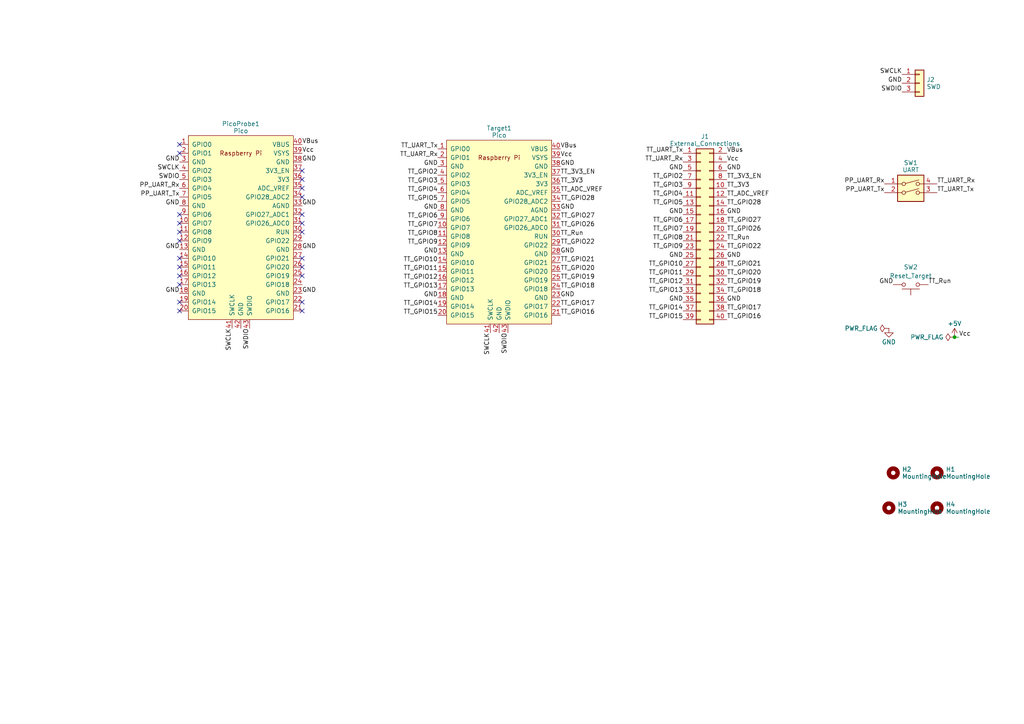
<source format=kicad_sch>
(kicad_sch (version 20230121) (generator eeschema)
  (paper "A4")
  (lib_symbols
    (symbol "Connector_Generic:Conn_01x03" (pin_names (offset 1.016) hide)
      (property "Reference" "J" (at 0 5.08 0))
      (property "Value" "Conn_01x03" (at 0 -5.08 0))
      (symbol "Conn_01x03_1_1"
        (rectangle (start -1.27 -2.413) (end 0 -2.667) (stroke (width 0.1524)))
        (rectangle (start -1.27 0.127) (end 0 -0.127) (stroke (width 0.1524)))
        (rectangle (start -1.27 2.667) (end 0 2.413) (stroke (width 0.1524)))
        (rectangle (start -1.27 3.81) (end 1.27 -3.81) (stroke (width 0.254)) (fill (type background)))
        (pin passive line (at -5.08 2.54 0) (length 3.81) (name "Pin_1") (number "1"))
        (pin passive line (at -5.08 0 0) (length 3.81) (name "Pin_2") (number "2"))
        (pin passive line (at -5.08 -2.54 0) (length 3.81) (name "Pin_3") (number "3"))
      )
    )
    (symbol "Connector_Generic:Conn_02x20_Odd_Even" (pin_names (offset 1.016) hide)
      (property "Reference" "J" (at 1.27 25.4 0))
      (property "Value" "Conn_02x20_Odd_Even" (at 1.27 -27.94 0))
      (symbol "Conn_02x20_Odd_Even_1_1"
        (rectangle (start -1.27 -25.273) (end 0 -25.527) (stroke (width 0.1524)))
        (rectangle (start -1.27 -22.733) (end 0 -22.987) (stroke (width 0.1524)))
        (rectangle (start -1.27 -20.193) (end 0 -20.447) (stroke (width 0.1524)))
        (rectangle (start -1.27 -17.653) (end 0 -17.907) (stroke (width 0.1524)))
        (rectangle (start -1.27 -15.113) (end 0 -15.367) (stroke (width 0.1524)))
        (rectangle (start -1.27 -12.573) (end 0 -12.827) (stroke (width 0.1524)))
        (rectangle (start -1.27 -10.033) (end 0 -10.287) (stroke (width 0.1524)))
        (rectangle (start -1.27 -7.493) (end 0 -7.747) (stroke (width 0.1524)))
        (rectangle (start -1.27 -4.953) (end 0 -5.207) (stroke (width 0.1524)))
        (rectangle (start -1.27 -2.413) (end 0 -2.667) (stroke (width 0.1524)))
        (rectangle (start -1.27 0.127) (end 0 -0.127) (stroke (width 0.1524)))
        (rectangle (start -1.27 2.667) (end 0 2.413) (stroke (width 0.1524)))
        (rectangle (start -1.27 5.207) (end 0 4.953) (stroke (width 0.1524)))
        (rectangle (start -1.27 7.747) (end 0 7.493) (stroke (width 0.1524)))
        (rectangle (start -1.27 10.287) (end 0 10.033) (stroke (width 0.1524)))
        (rectangle (start -1.27 12.827) (end 0 12.573) (stroke (width 0.1524)))
        (rectangle (start -1.27 15.367) (end 0 15.113) (stroke (width 0.1524)))
        (rectangle (start -1.27 17.907) (end 0 17.653) (stroke (width 0.1524)))
        (rectangle (start -1.27 20.447) (end 0 20.193) (stroke (width 0.1524)))
        (rectangle (start -1.27 22.987) (end 0 22.733) (stroke (width 0.1524)))
        (rectangle (start -1.27 24.13) (end 3.81 -26.67) (stroke (width 0.254)) (fill (type background)))
        (rectangle (start 3.81 -25.273) (end 2.54 -25.527) (stroke (width 0.1524)))
        (rectangle (start 3.81 -22.733) (end 2.54 -22.987) (stroke (width 0.1524)))
        (rectangle (start 3.81 -20.193) (end 2.54 -20.447) (stroke (width 0.1524)))
        (rectangle (start 3.81 -17.653) (end 2.54 -17.907) (stroke (width 0.1524)))
        (rectangle (start 3.81 -15.113) (end 2.54 -15.367) (stroke (width 0.1524)))
        (rectangle (start 3.81 -12.573) (end 2.54 -12.827) (stroke (width 0.1524)))
        (rectangle (start 3.81 -10.033) (end 2.54 -10.287) (stroke (width 0.1524)))
        (rectangle (start 3.81 -7.493) (end 2.54 -7.747) (stroke (width 0.1524)))
        (rectangle (start 3.81 -4.953) (end 2.54 -5.207) (stroke (width 0.1524)))
        (rectangle (start 3.81 -2.413) (end 2.54 -2.667) (stroke (width 0.1524)))
        (rectangle (start 3.81 0.127) (end 2.54 -0.127) (stroke (width 0.1524)))
        (rectangle (start 3.81 2.667) (end 2.54 2.413) (stroke (width 0.1524)))
        (rectangle (start 3.81 5.207) (end 2.54 4.953) (stroke (width 0.1524)))
        (rectangle (start 3.81 7.747) (end 2.54 7.493) (stroke (width 0.1524)))
        (rectangle (start 3.81 10.287) (end 2.54 10.033) (stroke (width 0.1524)))
        (rectangle (start 3.81 12.827) (end 2.54 12.573) (stroke (width 0.1524)))
        (rectangle (start 3.81 15.367) (end 2.54 15.113) (stroke (width 0.1524)))
        (rectangle (start 3.81 17.907) (end 2.54 17.653) (stroke (width 0.1524)))
        (rectangle (start 3.81 20.447) (end 2.54 20.193) (stroke (width 0.1524)))
        (rectangle (start 3.81 22.987) (end 2.54 22.733) (stroke (width 0.1524)))
        (pin passive line (at -5.08 22.86 0) (length 3.81) (name "Pin_1") (number "1"))
        (pin passive line (at 7.62 12.7 180) (length 3.81) (name "Pin_10") (number "10"))
        (pin passive line (at -5.08 10.16 0) (length 3.81) (name "Pin_11") (number "11"))
        (pin passive line (at 7.62 10.16 180) (length 3.81) (name "Pin_12") (number "12"))
        (pin passive line (at -5.08 7.62 0) (length 3.81) (name "Pin_13") (number "13"))
        (pin passive line (at 7.62 7.62 180) (length 3.81) (name "Pin_14") (number "14"))
        (pin passive line (at -5.08 5.08 0) (length 3.81) (name "Pin_15") (number "15"))
        (pin passive line (at 7.62 5.08 180) (length 3.81) (name "Pin_16") (number "16"))
        (pin passive line (at -5.08 2.54 0) (length 3.81) (name "Pin_17") (number "17"))
        (pin passive line (at 7.62 2.54 180) (length 3.81) (name "Pin_18") (number "18"))
        (pin passive line (at -5.08 0 0) (length 3.81) (name "Pin_19") (number "19"))
        (pin passive line (at 7.62 22.86 180) (length 3.81) (name "Pin_2") (number "2"))
        (pin passive line (at 7.62 0 180) (length 3.81) (name "Pin_20") (number "20"))
        (pin passive line (at -5.08 -2.54 0) (length 3.81) (name "Pin_21") (number "21"))
        (pin passive line (at 7.62 -2.54 180) (length 3.81) (name "Pin_22") (number "22"))
        (pin passive line (at -5.08 -5.08 0) (length 3.81) (name "Pin_23") (number "23"))
        (pin passive line (at 7.62 -5.08 180) (length 3.81) (name "Pin_24") (number "24"))
        (pin passive line (at -5.08 -7.62 0) (length 3.81) (name "Pin_25") (number "25"))
        (pin passive line (at 7.62 -7.62 180) (length 3.81) (name "Pin_26") (number "26"))
        (pin passive line (at -5.08 -10.16 0) (length 3.81) (name "Pin_27") (number "27"))
        (pin passive line (at 7.62 -10.16 180) (length 3.81) (name "Pin_28") (number "28"))
        (pin passive line (at -5.08 -12.7 0) (length 3.81) (name "Pin_29") (number "29"))
        (pin passive line (at -5.08 20.32 0) (length 3.81) (name "Pin_3") (number "3"))
        (pin passive line (at 7.62 -12.7 180) (length 3.81) (name "Pin_30") (number "30"))
        (pin passive line (at -5.08 -15.24 0) (length 3.81) (name "Pin_31") (number "31"))
        (pin passive line (at 7.62 -15.24 180) (length 3.81) (name "Pin_32") (number "32"))
        (pin passive line (at -5.08 -17.78 0) (length 3.81) (name "Pin_33") (number "33"))
        (pin passive line (at 7.62 -17.78 180) (length 3.81) (name "Pin_34") (number "34"))
        (pin passive line (at -5.08 -20.32 0) (length 3.81) (name "Pin_35") (number "35"))
        (pin passive line (at 7.62 -20.32 180) (length 3.81) (name "Pin_36") (number "36"))
        (pin passive line (at -5.08 -22.86 0) (length 3.81) (name "Pin_37") (number "37"))
        (pin passive line (at 7.62 -22.86 180) (length 3.81) (name "Pin_38") (number "38"))
        (pin passive line (at -5.08 -25.4 0) (length 3.81) (name "Pin_39") (number "39"))
        (pin passive line (at 7.62 20.32 180) (length 3.81) (name "Pin_4") (number "4"))
        (pin passive line (at 7.62 -25.4 180) (length 3.81) (name "Pin_40") (number "40"))
        (pin passive line (at -5.08 17.78 0) (length 3.81) (name "Pin_5") (number "5"))
        (pin passive line (at 7.62 17.78 180) (length 3.81) (name "Pin_6") (number "6"))
        (pin passive line (at -5.08 15.24 0) (length 3.81) (name "Pin_7") (number "7"))
        (pin passive line (at 7.62 15.24 180) (length 3.81) (name "Pin_8") (number "8"))
        (pin passive line (at -5.08 12.7 0) (length 3.81) (name "Pin_9") (number "9"))
      )
    )
    (symbol "MCU_RaspberryPi_and_Boards:Pico" (pin_names (offset 1.016))
      (property "Reference" "U" (at -13.97 27.94 0))
      (property "Value" "Pico" (at 0 19.05 0))
      (symbol "Pico_0_0"
        (text "Raspberry Pi" (at 0 21.59 0) (effects (font (size 1.27 1.27))))
      )
      (symbol "Pico_0_1"
        (rectangle (start -15.24 26.67) (end 15.24 -26.67) (fill (type background)))
      )
      (symbol "Pico_1_1"
        (pin bidirectional line (at -17.78 24.13 0) (length 2.54) (name "GPIO0") (number "1"))
        (pin bidirectional line (at -17.78 1.27 0) (length 2.54) (name "GPIO7") (number "10"))
        (pin bidirectional line (at -17.78 -1.27 0) (length 2.54) (name "GPIO8") (number "11"))
        (pin bidirectional line (at -17.78 -3.81 0) (length 2.54) (name "GPIO9") (number "12"))
        (pin power_in line (at -17.78 -6.35 0) (length 2.54) (name "GND") (number "13"))
        (pin bidirectional line (at -17.78 -8.89 0) (length 2.54) (name "GPIO10") (number "14"))
        (pin bidirectional line (at -17.78 -11.43 0) (length 2.54) (name "GPIO11") (number "15"))
        (pin bidirectional line (at -17.78 -13.97 0) (length 2.54) (name "GPIO12") (number "16"))
        (pin bidirectional line (at -17.78 -16.51 0) (length 2.54) (name "GPIO13") (number "17"))
        (pin power_in line (at -17.78 -19.05 0) (length 2.54) (name "GND") (number "18"))
        (pin bidirectional line (at -17.78 -21.59 0) (length 2.54) (name "GPIO14") (number "19"))
        (pin bidirectional line (at -17.78 21.59 0) (length 2.54) (name "GPIO1") (number "2"))
        (pin bidirectional line (at -17.78 -24.13 0) (length 2.54) (name "GPIO15") (number "20"))
        (pin bidirectional line (at 17.78 -24.13 180) (length 2.54) (name "GPIO16") (number "21"))
        (pin bidirectional line (at 17.78 -21.59 180) (length 2.54) (name "GPIO17") (number "22"))
        (pin power_in line (at 17.78 -19.05 180) (length 2.54) (name "GND") (number "23"))
        (pin bidirectional line (at 17.78 -16.51 180) (length 2.54) (name "GPIO18") (number "24"))
        (pin bidirectional line (at 17.78 -13.97 180) (length 2.54) (name "GPIO19") (number "25"))
        (pin bidirectional line (at 17.78 -11.43 180) (length 2.54) (name "GPIO20") (number "26"))
        (pin bidirectional line (at 17.78 -8.89 180) (length 2.54) (name "GPIO21") (number "27"))
        (pin power_in line (at 17.78 -6.35 180) (length 2.54) (name "GND") (number "28"))
        (pin bidirectional line (at 17.78 -3.81 180) (length 2.54) (name "GPIO22") (number "29"))
        (pin power_in line (at -17.78 19.05 0) (length 2.54) (name "GND") (number "3"))
        (pin input line (at 17.78 -1.27 180) (length 2.54) (name "RUN") (number "30"))
        (pin bidirectional line (at 17.78 1.27 180) (length 2.54) (name "GPIO26_ADC0") (number "31"))
        (pin bidirectional line (at 17.78 3.81 180) (length 2.54) (name "GPIO27_ADC1") (number "32"))
        (pin power_in line (at 17.78 6.35 180) (length 2.54) (name "AGND") (number "33"))
        (pin bidirectional line (at 17.78 8.89 180) (length 2.54) (name "GPIO28_ADC2") (number "34"))
        (pin unspecified line (at 17.78 11.43 180) (length 2.54) (name "ADC_VREF") (number "35"))
        (pin unspecified line (at 17.78 13.97 180) (length 2.54) (name "3V3") (number "36"))
        (pin input line (at 17.78 16.51 180) (length 2.54) (name "3V3_EN") (number "37"))
        (pin bidirectional line (at 17.78 19.05 180) (length 2.54) (name "GND") (number "38"))
        (pin unspecified line (at 17.78 21.59 180) (length 2.54) (name "VSYS") (number "39"))
        (pin bidirectional line (at -17.78 16.51 0) (length 2.54) (name "GPIO2") (number "4"))
        (pin unspecified line (at 17.78 24.13 180) (length 2.54) (name "VBUS") (number "40"))
        (pin input line (at -2.54 -29.21 90) (length 2.54) (name "SWCLK") (number "41"))
        (pin power_in line (at 0 -29.21 90) (length 2.54) (name "GND") (number "42"))
        (pin bidirectional line (at 2.54 -29.21 90) (length 2.54) (name "SWDIO") (number "43"))
        (pin bidirectional line (at -17.78 13.97 0) (length 2.54) (name "GPIO3") (number "5"))
        (pin bidirectional line (at -17.78 11.43 0) (length 2.54) (name "GPIO4") (number "6"))
        (pin bidirectional line (at -17.78 8.89 0) (length 2.54) (name "GPIO5") (number "7"))
        (pin power_in line (at -17.78 6.35 0) (length 2.54) (name "GND") (number "8"))
        (pin bidirectional line (at -17.78 3.81 0) (length 2.54) (name "GPIO6") (number "9"))
      )
    )
    (symbol "Mechanical:MountingHole" (pin_names (offset 1.016))
      (property "Reference" "H" (at 0 5.08 0))
      (property "Value" "MountingHole" (at 0 3.175 0))
      (symbol "MountingHole_0_1"
        (circle (center 0 0) (radius 1.27) (stroke (width 1.27)))
      )
    )
    (symbol "Switch:SW_DIP_x02" (pin_names (offset 0) hide)
      (property "Reference" "SW" (at 0 6.35 0))
      (property "Value" "SW_DIP_x02" (at 0 -3.81 0))
      (symbol "SW_DIP_x02_0_0"
        (circle (center -2.032 0) (radius 0.508))
        (circle (center -2.032 2.54) (radius 0.508))
        (polyline (pts (xy -1.524 0.127) (xy 2.3622 1.1684)))
        (polyline (pts (xy -1.524 2.667) (xy 2.3622 3.7084)))
        (circle (center 2.032 0) (radius 0.508))
        (circle (center 2.032 2.54) (radius 0.508))
      )
      (symbol "SW_DIP_x02_0_1"
        (rectangle (start -3.81 5.08) (end 3.81 -2.54) (stroke (width 0.254)) (fill (type background)))
      )
      (symbol "SW_DIP_x02_1_1"
        (pin passive line (at -7.62 2.54 0) (length 5.08) (name "~") (number "1"))
        (pin passive line (at -7.62 0 0) (length 5.08) (name "~") (number "2"))
        (pin passive line (at 7.62 0 180) (length 5.08) (name "~") (number "3"))
        (pin passive line (at 7.62 2.54 180) (length 5.08) (name "~") (number "4"))
      )
    )
    (symbol "Switch:SW_Push" (pin_numbers hide) (pin_names (offset 1.016) hide)
      (property "Reference" "SW" (at 1.27 2.54 0))
      (property "Value" "SW_Push" (at 0 -1.524 0))
      (symbol "SW_Push_0_1"
        (circle (center -2.032 0) (radius 0.508))
        (polyline (pts (xy 0 1.27) (xy 0 3.048)))
        (polyline (pts (xy 2.54 1.27) (xy -2.54 1.27)))
        (circle (center 2.032 0) (radius 0.508))
        (pin passive line (at -5.08 0 0) (length 2.54) (name "1") (number "1"))
        (pin passive line (at 5.08 0 180) (length 2.54) (name "2") (number "2"))
      )
    )
    (symbol "power:+5V" (power) (pin_names (offset 0))
      (property "Value" "+5V" (at 0 3.556 0))
      (symbol "+5V_0_1"
        (polyline (pts (xy -0.762 1.27) (xy 0 2.54)))
        (polyline (pts (xy 0 0) (xy 0 2.54)))
        (polyline (pts (xy 0 2.54) (xy 0.762 1.27)))
      )
      (symbol "+5V_1_1"
        (pin power_in line (at 0 0 90) (length 0) hide (name "+5V") (number "1"))
      )
    )
    (symbol "power:GND" (power) (pin_names (offset 0))
      (property "Value" "GND" (at 0 -3.81 0))
      (symbol "GND_0_1"
        (polyline (pts (xy 0 0) (xy 0 -1.27) (xy 1.27 -1.27) (xy 0 -2.54) (xy -1.27 -1.27) (xy 0 -1.27)))
      )
      (symbol "GND_1_1"
        (pin power_in line (at 0 0 270) (length 0) hide (name "GND") (number "1"))
      )
    )
    (symbol "power:PWR_FLAG" (power) (pin_numbers hide) (pin_names (offset 0) hide)
      (property "Value" "PWR_FLAG" (at 0 3.81 0))
      (symbol "PWR_FLAG_0_0"
        (pin power_out line (at 0 0 90) (length 0) (name "pwr") (number "1"))
      )
      (symbol "PWR_FLAG_0_1"
        (polyline (pts (xy 0 0) (xy 0 1.27) (xy -1.016 1.905) (xy 0 2.54) (xy 1.016 1.905) (xy 0 1.27)))
      )
    )
  )
  (junction (at 276.86 97.79))
  (no_connect (at 52.07 67.31))
  (no_connect (at 52.07 90.17))
  (no_connect (at 87.63 49.53))
  (no_connect (at 87.63 67.31))
  (no_connect (at 87.63 54.61))
  (no_connect (at 87.63 80.01))
  (no_connect (at 87.63 62.23))
  (no_connect (at 87.63 87.63))
  (no_connect (at 52.07 74.93))
  (no_connect (at 52.07 69.85))
  (no_connect (at 52.07 80.01))
  (no_connect (at 52.07 77.47))
  (no_connect (at 87.63 52.07))
  (no_connect (at 52.07 62.23))
  (no_connect (at 87.63 77.47))
  (no_connect (at 87.63 57.15))
  (no_connect (at 87.63 74.93))
  (no_connect (at 52.07 87.63))
  (no_connect (at 52.07 44.45))
  (no_connect (at 87.63 64.77))
  (no_connect (at 52.07 41.91))
  (no_connect (at 52.07 82.55))
  (no_connect (at 52.07 64.77))
  (no_connect (at 87.63 90.17))
  (wire (pts (xy 278.13 97.79) (xy 276.86 97.79)))
  (label "TT_GPIO3" (at 127 53.34 180))
  (label "TT_GPIO26" (at 210.82 67.31 0))
  (label "TT_UART_Rx" (at 271.78 53.34 0))
  (label "Vcc" (at 210.82 46.99 0))
  (label "TT_GPIO17" (at 162.56 88.9 0))
  (label "TT_Run" (at 210.82 69.85 0))
  (label "TT_GPIO10" (at 127 76.2 180))
  (label "TT_GPIO4" (at 127 55.88 180))
  (label "TT_GPIO14" (at 198.12 90.17 180))
  (label "TT_GPIO2" (at 198.12 52.07 180))
  (label "TT_GPIO8" (at 127 68.58 180))
  (label "GND" (at 162.56 73.66 0))
  (label "TT_GPIO7" (at 198.12 67.31 180))
  (label "TT_GPIO17" (at 210.82 90.17 0))
  (label "SWCLK" (at 261.62 21.59 180))
  (label "GND" (at 52.07 85.09 180))
  (label "TT_ADC_VREF" (at 162.56 55.88 0))
  (label "GND" (at 52.07 72.39 180))
  (label "GND" (at 198.12 49.53 180))
  (label "PP_UART_Rx" (at 256.54 53.34 180))
  (label "TT_GPIO22" (at 162.56 71.12 0))
  (label "TT_GPIO19" (at 162.56 81.28 0))
  (label "TT_GPIO12" (at 198.12 82.55 180))
  (label "VBus" (at 210.82 44.45 0))
  (label "GND" (at 198.12 87.63 180))
  (label "TT_3V3_EN" (at 210.82 52.07 0))
  (label "GND" (at 127 48.26 180))
  (label "TT_GPIO15" (at 127 91.44 180))
  (label "GND" (at 162.56 86.36 0))
  (label "SWDIO" (at 52.07 52.07 180))
  (label "GND" (at 198.12 62.23 180))
  (label "TT_GPIO18" (at 210.82 85.09 0))
  (label "TT_3V3" (at 210.82 54.61 0))
  (label "TT_GPIO5" (at 198.12 59.69 180))
  (label "TT_Run" (at 162.56 68.58 0))
  (label "SWDIO" (at 72.39 95.25 270))
  (label "TT_UART_Rx" (at 198.12 46.99 180))
  (label "TT_GPIO13" (at 127 83.82 180))
  (label "GND" (at 210.82 87.63 0))
  (label "GND" (at 52.07 46.99 180))
  (label "TT_GPIO9" (at 127 71.12 180))
  (label "TT_GPIO11" (at 127 78.74 180))
  (label "TT_GPIO14" (at 127 88.9 180))
  (label "TT_GPIO16" (at 210.82 92.71 0))
  (label "TT_GPIO21" (at 210.82 77.47 0))
  (label "TT_GPIO21" (at 162.56 76.2 0))
  (label "Vcc" (at 278.13 97.79 0))
  (label "GND" (at 162.56 60.96 0))
  (label "TT_UART_Tx" (at 271.78 55.88 0))
  (label "TT_GPIO6" (at 127 63.5 180))
  (label "TT_3V3" (at 162.56 53.34 0))
  (label "TT_GPIO15" (at 198.12 92.71 180))
  (label "TT_GPIO12" (at 127 81.28 180))
  (label "GND" (at 87.63 46.99 0))
  (label "GND" (at 259.08 82.55 180))
  (label "VBus" (at 162.56 43.18 0))
  (label "GND" (at 198.12 74.93 180))
  (label "GND" (at 87.63 72.39 0))
  (label "TT_GPIO8" (at 198.12 69.85 180))
  (label "GND" (at 127 60.96 180))
  (label "TT_UART_Rx" (at 127 45.72 180))
  (label "TT_GPIO26" (at 162.56 66.04 0))
  (label "TT_GPIO6" (at 198.12 64.77 180))
  (label "TT_GPIO9" (at 198.12 72.39 180))
  (label "TT_GPIO4" (at 198.12 57.15 180))
  (label "TT_GPIO13" (at 198.12 85.09 180))
  (label "TT_GPIO10" (at 198.12 77.47 180))
  (label "GND" (at 127 86.36 180))
  (label "TT_GPIO20" (at 210.82 80.01 0))
  (label "GND" (at 210.82 49.53 0))
  (label "TT_GPIO2" (at 127 50.8 180))
  (label "SWCLK" (at 52.07 49.53 180))
  (label "TT_GPIO7" (at 127 66.04 180))
  (label "GND" (at 87.63 59.69 0))
  (label "SWCLK" (at 142.24 96.52 270))
  (label "PP_UART_Tx" (at 256.54 55.88 180))
  (label "GND" (at 52.07 59.69 180))
  (label "TT_GPIO3" (at 198.12 54.61 180))
  (label "TT_GPIO28" (at 210.82 59.69 0))
  (label "GND" (at 210.82 62.23 0))
  (label "TT_ADC_VREF" (at 210.82 57.15 0))
  (label "SWDIO" (at 261.62 26.67 180))
  (label "Vcc" (at 162.56 45.72 0))
  (label "TT_3V3_EN" (at 162.56 50.8 0))
  (label "SWCLK" (at 67.31 95.25 270))
  (label "TT_UART_Tx" (at 127 43.18 180))
  (label "VBus" (at 87.63 41.91 0))
  (label "GND" (at 162.56 48.26 0))
  (label "TT_GPIO20" (at 162.56 78.74 0))
  (label "TT_UART_Tx" (at 198.12 44.45 180))
  (label "TT_GPIO18" (at 162.56 83.82 0))
  (label "Vcc" (at 87.63 44.45 0))
  (label "TT_GPIO11" (at 198.12 80.01 180))
  (label "TT_GPIO5" (at 127 58.42 180))
  (label "GND" (at 127 73.66 180))
  (label "TT_GPIO28" (at 162.56 58.42 0))
  (label "TT_GPIO19" (at 210.82 82.55 0))
  (label "GND" (at 87.63 85.09 0))
  (label "PP_UART_Rx" (at 52.07 54.61 180))
  (label "GND" (at 210.82 74.93 0))
  (label "PP_UART_Tx" (at 52.07 57.15 180))
  (label "TT_GPIO27" (at 210.82 64.77 0))
  (label "TT_GPIO22" (at 210.82 72.39 0))
  (label "SWDIO" (at 147.32 96.52 270))
  (label "TT_Run" (at 269.24 82.55 0))
  (label "TT_GPIO16" (at 162.56 91.44 0))
  (label "TT_GPIO27" (at 162.56 63.5 0))
  (label "GND" (at 261.62 24.13 180))
  (symbol (lib_id "Switch:SW_Push") (at 264.16 82.55 180) (unit 1)
    (property "Reference" "SW2" (at 264.16 77.47 0))
    (property "Value" "Reset_Target" (at 264.16 80.01 0))
    (property "Footprint" "ThePCSite:Alps_SKRGAFD010" (effects hide))
  )
  (symbol (lib_id "Connector_Generic:Conn_02x20_Odd_Even") (at 203.2 67.31 0) (unit 1)
    (property "Reference" "J1" (at 204.47 39.6 0))
    (property "Value" "External_Connections" (at 204.47 41.648 0))
    (property "Footprint" "Connector_PinHeader_2.54mm:PinHeader_2x20_P2.54mm_Vertical" (effects hide))
  )
  (symbol (lib_id "Mechanical:MountingHole") (at 271.78 147.32 0) (unit 1)
    (property "Reference" "H4" (at 274.32 146.296 0) (effects (justify left)))
    (property "Value" "MountingHole" (at 274.32 148.344 0) (effects (justify left)))
    (property "Footprint" "MountingHole:MountingHole_2.5mm" (effects hide))
  )
  (symbol (lib_id "MCU_RaspberryPi_and_Boards:Pico") (at 144.78 67.31 0) (unit 1)
    (property "Reference" "Target1" (at 144.78 37.187 0))
    (property "Value" "Pico" (at 144.78 39.235 0))
    (property "Footprint" "MCU_RaspberryPi_and_Boards:RPi_Pico_SMD_TH" (effects hide))
  )
  (symbol (lib_id "Connector_Generic:Conn_01x03") (at 266.7 24.13 0) (unit 1)
    (property "Reference" "J2" (at 268.732 23.106 0) (effects (justify left)))
    (property "Value" "SWD" (at 268.732 25.154 0) (effects (justify left)))
    (property "Footprint" "Connector_PinHeader_2.54mm:PinHeader_1x03_P2.54mm_Vertical" (effects hide))
  )
  (symbol (lib_id "power:PWR_FLAG") (at 276.86 97.79 90) (unit 1)
    (property "Reference" "#FLG01" (effects hide))
    (property "Value" "PWR_FLAG" (at 273.6851 97.79 90) (effects (justify left)))
  )
  (symbol (lib_id "MCU_RaspberryPi_and_Boards:Pico") (at 69.85 66.04 0) (unit 1)
    (property "Reference" "PicoProbe1" (at 69.85 35.917 0))
    (property "Value" "Pico" (at 69.85 37.965 0))
    (property "Footprint" "MCU_RaspberryPi_and_Boards:RPi_Pico_SMD_TH" (effects hide))
  )
  (symbol (lib_id "power:+5V") (at 276.86 97.79 0) (unit 1)
    (property "Reference" "#PWR01" (effects hide))
    (property "Value" "+5V" (at 276.86 93.845 0))
  )
  (symbol (lib_id "Mechanical:MountingHole") (at 257.81 147.32 0) (unit 1)
    (property "Reference" "H3" (at 260.35 146.296 0) (effects (justify left)))
    (property "Value" "MountingHole" (at 260.35 148.344 0) (effects (justify left)))
    (property "Footprint" "MountingHole:MountingHole_2.5mm" (effects hide))
  )
  (symbol (lib_id "Switch:SW_DIP_x02") (at 264.16 55.88 0) (unit 1)
    (property "Reference" "SW1" (at 264.16 47.22 0))
    (property "Value" "UART" (at 264.16 49.268 0))
    (property "Footprint" "Button_Switch_THT:SW_DIP_SPSTx02_Slide_9.78x7.26mm_W7.62mm_P2.54mm" (effects hide))
  )
  (symbol (lib_id "power:PWR_FLAG") (at 257.81 95.25 90) (unit 1)
    (property "Reference" "#FLG02" (effects hide))
    (property "Value" "PWR_FLAG" (at 254.6351 95.25 90) (effects (justify left)))
  )
  (symbol (lib_id "power:GND") (at 257.81 95.25 0) (unit 1)
    (property "Reference" "#PWR02" (effects hide))
    (property "Value" "GND" (at 257.81 99.195 0))
  )
  (symbol (lib_id "Mechanical:MountingHole") (at 259.08 137.16 0) (unit 1)
    (property "Reference" "H2" (at 261.62 136.136 0) (effects (justify left)))
    (property "Value" "MountingHole" (at 261.62 138.184 0) (effects (justify left)))
    (property "Footprint" "MountingHole:MountingHole_2.5mm" (effects hide))
  )
  (symbol (lib_id "Mechanical:MountingHole") (at 271.78 137.16 0) (unit 1)
    (property "Reference" "H1" (at 274.32 136.136 0) (effects (justify left)))
    (property "Value" "MountingHole" (at 274.32 138.184 0) (effects (justify left)))
    (property "Footprint" "MountingHole:MountingHole_2.5mm" (effects hide))
  )
)
</source>
